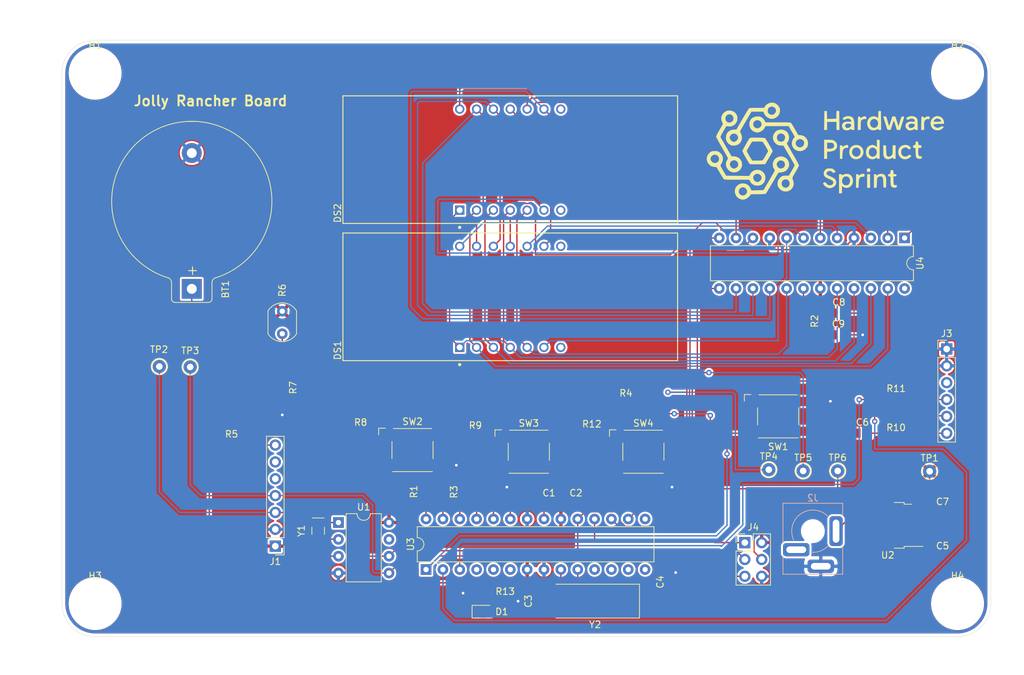
<source format=kicad_pcb>
(kicad_pcb (version 20211014) (generator pcbnew)
  (layers (0 "F.Cu" signal) (31 "B.Cu" signal) (34 "B.Paste" user) (35 "F.Paste" user) (36 "B.SilkS" user "B.Silkscreen") (37 "F.SilkS" user "F.Silkscreen") (38 "B.Mask" user) (39 "F.Mask" user) (44 "Edge.Cuts" user))
  (net 0 "")
  (net 1 "Net-(C1-Pad1)")
  (net 2 "B1")
  (net 3 "VCC")
  (net 4 "Net-(C3-Pad1)")
  (net 5 "Net-(C4-Pad1)")
  (net 6 "RESET")
  (net 7 "Net-(C6-Pad2)")
  (net 8 "Net-(D1-Pad2)")
  (net 9 "SEGE")
  (net 10 "SEGD")
  (net 11 "SEGDP")
  (net 12 "SEGC")
  (net 13 "SEGG")
  (net 14 "DIG3")
  (net 15 "Net-(BT1-Pad1)")
  (net 16 "GND")
  (net 17 "SEGB")
  (net 18 "DIG2")
  (net 19 "DIG1")
  (net 20 "SEGF")
  (net 21 "SEGA")
  (net 22 "DIG0")
  (net 27 "DIG7")
  (net 28 "DIG6")
  (net 29 "Net-(C5-Pad1)")
  (net 32 "SCL")
  (net 33 "SDA")
  (net 35 "Net-(J1-Pad7)")
  (net 37 "PHR")
  (net 38 "DIG4")
  (net 39 "B2")
  (net 40 "RXD")
  (net 41 "TXD")
  (net 42 "B3")
  (net 43 "MISO")
  (net 44 "DIG5")
  (net 45 "Net-(J3-Pad4)")
  (net 46 "CS")
  (net 47 "Din")
  (net 48 "Net-(J3-Pad5)")
  (net 49 "Net-(U1-Pad1)")
  (net 50 "SCK")
  (net 51 "Net-(U1-Pad2)")
  (net 60 "Net-(R2-Pad1)")
  (footprint "footprints:MountingHole_3.2mm_M3" (layer "F.Cu") (at 215 140)
    (fp_text reference "H4")
    (fp_text value "MountingHole")
  )
  (footprint "footprints:R_0805_2012Metric" (layer "F.Cu") (at 159.87 114.57)
    (fp_text reference "R12")
    (fp_text value "R_0805_10K")
  )
  (footprint "footprints:Adafruit-1001-0-0-MFG" (layer "F.Cu") (at 147.574 93.726 90)
    (fp_text reference "DS1")
    (fp_text value "LED_Display_1001" hide)
  )
  (footprint "footprints:SW_SPST_Omron_B3FS-100xP" (layer "F.Cu") (at 150.368 117.094)
    (fp_text reference "SW3")
    (fp_text value "Omron_B3F_SPST")
  )
  (footprint "footprints:R_0805_2012Metric" (layer "F.Cu") (at 125.02 114.32)
    (fp_text reference "R8")
    (fp_text value "R_0805_10K")
  )
  (footprint "footprints:R_0805_2012Metric" (layer "F.Cu") (at 113.19 107.42 -90)
    (fp_text reference "R7")
    (fp_text value "R_0805_100K")
  )
  (footprint "footprints:C_0805_2012Metric" (layer "F.Cu") (at 170.24 139.54 90)
    (fp_text reference "C4")
    (fp_text value "C_0805_22pf")
  )
  (footprint "footprints:TestPoint_THTPad_D2.0mm_Drill1.0mm" (layer "F.Cu") (at 196.93 119.99)
    (fp_text reference "TP6")
    (fp_text value "TestPoint")
  )
  (footprint "footprints:C_0805_2012Metric" (layer "F.Cu") (at 157.48 124.968)
    (fp_text reference "C2")
    (fp_text value "C_0805_0.1uf")
  )
  (footprint "footprints:PinHeader_1x07_P2.54mm_Vertical" (layer "F.Cu") (at 112.16 131.335 180)
    (fp_text reference "J1")
    (fp_text value "Conn_01x07")
  )
  (footprint "footprints:Crystal_SMD_2Pin_3.2x1.5mm" (layer "F.Cu") (at 118.618 129.032 -90)
    (fp_text reference "Y1")
    (fp_text value "Crystal_32768Hz")
  )
  (footprint "footprints:C_0805_2012Metric" (layer "F.Cu") (at 212.743 126.279)
    (fp_text reference "C7")
    (fp_text value "C_0805_0.1uf")
  )
  (footprint "footprints:R_0805_2012Metric" (layer "F.Cu") (at 134.89 123.06 -90)
    (fp_text reference "R1")
    (fp_text value "R_0805_4.7K")
  )
  (footprint "footprints:BatteryHolder_Keystone_106_1x20mm" (layer "F.Cu") (at 99.567984 92.526314 90)
    (fp_text reference "BT1")
    (fp_text value "Battery_Cell")
  )
  (footprint "footprints:Adafruit-1001-0-0-MFG" (layer "F.Cu") (at 147.574 73.031 90)
    (fp_text reference "DS2")
    (fp_text value "LED_Display_1001" hide)
  )
  (footprint "footprints:DIP-24_W7.62mm" (layer "F.Cu") (at 207.015 84.846 -90)
    (fp_text reference "U4")
    (fp_text value "MAX7219")
  )
  (footprint "footprints:R_0805_2012Metric" (layer "F.Cu") (at 142.32 114.78)
    (fp_text reference "R9")
    (fp_text value "R_0805_10K")
  )
  (footprint "footprints:R_0805_2012Metric" (layer "F.Cu") (at 166.96 108.26 -90)
    (fp_text reference "R4")
    (fp_text value "R_0805_10K")
  )
  (footprint "footprints:PinHeader_2x03_P2.54mm_Vertical" (layer "F.Cu") (at 182.935 130.805)
    (fp_text reference "J4")
    (fp_text value "Conn_02x03_Odd_Even")
  )
  (footprint "footprints:R_LDR_4.9x4.2mm_P2.54mm_Vertical" (layer "F.Cu") (at 113.21 95.895 -90)
    (fp_text reference "R6")
    (fp_text value "PhotoconductivePhotocell")
  )
  (footprint "footprints:TestPoint_THTPad_D2.0mm_Drill1.0mm" (layer "F.Cu") (at 99.33 104.31 -90)
    (fp_text reference "TP3")
    (fp_text value "TestPoint")
  )
  (footprint "footprints:C_0805_2012Metric" (layer "F.Cu") (at 212.743 129.581)
    (fp_text reference "C5")
    (fp_text value "C_0805_1uf")
  )
  (footprint "footprints:MountingHole_3.2mm_M3" (layer "F.Cu") (at 215 60)
    (fp_text reference "H2")
    (fp_text value "MountingHole")
  )
  (footprint "footprints:C_0805_2012Metric" (layer "F.Cu") (at 197.11 96.19)
    (fp_text reference "C8")
    (fp_text value "C_0805_10uf")
  )
  (footprint "footprints:R_0805_2012Metric" (layer "F.Cu") (at 105.57 116.09)
    (fp_text reference "R5")
    (fp_text value "R_0805_10K")
  )
  (footprint "footprints:R_0805_2012Metric" (layer "F.Cu") (at 143.51 138.176)
    (fp_text reference "R13")
    (fp_text value "R_0805_2.2K")
  )
  (footprint "footprints:R_0805_2012Metric" (layer "F.Cu") (at 137.44 123.16 -90)
    (fp_text reference "R3")
    (fp_text value "R_0805_4.7K")
  )
  (footprint "footprints:DIP-8_W7.62mm" (layer "F.Cu") (at 121.676 127.772)
    (fp_text reference "U1")
    (fp_text value "DS1307_DIP-8")
  )
  (footprint "footprints:MountingHole_3.2mm_M3" (layer "F.Cu") (at 85 140)
    (fp_text reference "H3")
    (fp_text value "MountingHole")
  )
  (footprint "footprints:HPS_logo" (layer "F.Cu") (at 195.08 71.7)
    (fp_text reference "G***" hide)
    (fp_text value "LOGO" hide)
  )
  (footprint "footprints:TestPoint_THTPad_D2.0mm_Drill1.0mm" (layer "F.Cu") (at 186.55 119.8)
    (fp_text reference "TP4")
    (fp_text value "TestPoint")
  )
  (footprint "footprints:MountingHole_3.2mm_M3" (layer "F.Cu") (at 85 60)
    (fp_text reference "H1")
    (fp_text value "MountingHole")
  )
  (footprint "footprints:Crystal_SMD_HC49-SD" (layer "F.Cu") (at 160.36 139.63 180)
    (fp_text reference "Y2")
    (fp_text value "Crystal_16MHz")
  )
  (footprint "footprints:R_0805_2012Metric" (layer "F.Cu") (at 205.74 109.22)
    (fp_text reference "R11")
    (fp_text value "R_0805_4.7K")
  )
  (footprint "footprints:TO-252-2" (layer "F.Cu") (at 204.485 128.195 180)
    (fp_text reference "U2")
    (fp_text value "L7805")
  )
  (footprint "footprints:C_0805_2012Metric" (layer "F.Cu") (at 200.66 114.3)
    (fp_text reference "C6")
    (fp_text value "C_0805_0.1uf")
  )
  (footprint "footprints:DIP-28_W7.62mm" (layer "F.Cu") (at 134.884 134.864 90)
    (fp_text reference "U3")
    (fp_text value "ATmega328-PU")
  )
  (footprint "footprints:SW_SPST_Omron_B3FS-100xP" (layer "F.Cu") (at 167.64 117.094)
    (fp_text reference "SW4")
    (fp_text value "Omron_B3F_SPST")
  )
  (footprint "footprints:R_0805_2012Metric" (layer "F.Cu") (at 205.73 111.68)
    (fp_text reference "R10")
    (fp_text value "R_0805_4.7K")
  )
  (footprint "footprints:SW_SPST_Omron_B3FS-100xP" (layer "F.Cu") (at 132.842 116.84)
    (fp_text reference "SW2")
    (fp_text value "Omron_B3F_SPST")
  )
  (footprint "footprints:LED_0805_2012Metric" (layer "F.Cu") (at 143.51 141.224)
    (fp_text reference "D1")
    (fp_text value "LED_0805_GRN")
  )
  (footprint "footprints:PinHeader_1x06_P2.54mm_Vertical" (layer "F.Cu") (at 213.36 101.6)
    (fp_text reference "J3")
    (fp_text value "Conn_01x06")
  )
  (footprint "footprints:C_0805_2012Metric" (layer "F.Cu") (at 151.95 139.64 90)
    (fp_text reference "C3")
    (fp_text value "C_0805_22pf")
  )
  (footprint "footprints:TestPoint_THTPad_D2.0mm_Drill1.0mm" (layer "F.Cu") (at 191.73 119.99)
    (fp_text reference "TP5")
    (fp_text value "TestPoint")
  )
  (footprint "footprints:R_0805_2012Metric" (layer "F.Cu") (at 191.81 97.4 -90)
    (fp_text reference "R2")
    (fp_text value "R_0805_22K")
  )
  (footprint "footprints:TestPoint_THTPad_D2.0mm_Drill1.0mm" (layer "F.Cu") (at 210.79 120.05)
    (fp_text reference "TP1")
    (fp_text value "TestPoint")
  )
  (footprint "footprints:TestPoint_THTPad_D2.0mm_Drill1.0mm" (layer "F.Cu") (at 94.68 104.24 -90)
    (fp_text reference "TP2")
    (fp_text value "TestPoint")
  )
  (footprint "footprints:C_0805_2012Metric" (layer "F.Cu") (at 197.04 99.46)
    (fp_text reference "C9")
    (fp_text value "C_0805_0.1uf")
  )
  (footprint "footprints:C_0805_2012Metric" (layer "F.Cu") (at 153.416 124.968)
    (fp_text reference "C1")
    (fp_text value "C_0805_0.1uf")
  )
  (footprint "footprints:SW_SPST_Omron_B3FS-100xP" (layer "F.Cu") (at 187.96 111.76)
    (fp_text reference "SW1")
    (fp_text value "Omron_B3F_SPST")
  )
  (footprint "footprints:Wurth-694106402002" (layer "B.Cu") (at 193.185 129.073 180)
    (fp_text reference "J2")
    (fp_text value "Power_inlet_vertical" hide)
  )
  (gr_line locked (start 220 60) (end 220 140) (layer "Edge.Cuts") (width 0.05))
  (gr_line locked (start 80 60) (end 80 140) (layer "Edge.Cuts") (width 0.05))
  (gr_arc locked (start 80 60) (mid 81.464466 56.464466) (end 85 55) (layer "Edge.Cuts") (width 0.05))
  (gr_arc locked (start 85 145) (mid 81.464466 143.535534) (end 80 140) (layer "Edge.Cuts") (width 0.05))
  (gr_arc locked (start 220 140) (mid 218.535534 143.535534) (end 215 145) (layer "Edge.Cuts") (width 0.05))
  (gr_line locked (start 215 55) (end 85 55) (layer "Edge.Cuts") (width 0.05))
  (gr_arc locked (start 215 55) (mid 218.535534 56.464466) (end 220 60) (layer "Edge.Cuts") (width 0.05))
  (gr_line locked (start 215 145) (end 85 145) (layer "Edge.Cuts") (width 0.05))
  (gr_text "Jolly Rancher Board" (at 102.4 64.18) (layer "F.SilkS") (effects (font (size 1.5 1.5) (thickness 0.3))))
  (segment (start 152.664 125.066) (end 152.566 124.968) (width 0.2032) (layer "F.Cu") (net 1))
  (segment (start 152.664 127.244) (end 152.664 125.066) (width 0.2032) (layer "F.Cu") (net 1))
  (segment (start 142.504 120.252) (end 142.504 127.244) (width 0.2032) (layer "F.Cu") (net 2))
  (segment (start 136.842 114.59) (end 128.842 114.59) (width 0.2032) (layer "F.Cu") (net 2))
  (segment (start 136.842 114.59) (end 142.504 120.252) (width 0.2032) (layer "F.Cu") (net 2))
  (segment (start 128.552 114.3) (end 128.842 114.59) (width 0.2032) (layer "F.Cu") (net 2))
  (segment (start 128.572 114.32) (end 128.842 114.59) (width 0.2032) (layer "F.Cu") (net 2))
  (segment (start 125.87 114.32) (end 128.572 114.32) (width 0.2032) (layer "F.Cu") (net 2))
  (segment (start 210.79 120.05) (end 210.79 123.81) (width 0.2032) (layer "F.Cu") (net 3))
  (segment (start 194.315 92.466) (end 194.315 96.125) (width 0.2032) (layer "F.Cu") (net 3))
  (segment (start 194.44 96.19) (end 196.26 96.19) (width 0.2032) (layer "F.Cu") (net 3))
  (segment (start 210.781 126.279) (end 210.461 126.279) (width 0.2032) (layer "F.Cu") (net 3))
  (segment (start 194.41 96.22) (end 194.44 96.19) (width 0.2032) (layer "F.Cu") (net 3))
  (segment (start 210.79 123.81) (end 208.685 125.915) (width 0.2032) (layer "F.Cu") (net 3))
  (segment (start 196.26 96.19) (end 196.26 99.39) (width 0.2032) (layer "F.Cu") (net 3))
  (segment (start 211.893 126.279) (end 210.781 126.279) (width 0.2032) (layer "F.Cu") (net 3))
  (segment (start 194.315 96.125) (end 194.41 96.22) (width 0.2032) (layer "F.Cu") (net 3))
  (segment (start 210.461 126.279) (end 209.049 126.279) (width 0.2032) (layer "F.Cu") (net 3))
  (segment (start 196.26 99.39) (end 196.19 99.46) (width 0.2032) (layer "F.Cu") (net 3))
  (segment (start 155.204 138.724) (end 156.11 139.63) (width 0.2032) (layer "F.Cu") (net 4))
  (segment (start 151.95 140.49) (end 152.81 139.63) (width 0.2032) (layer "F.Cu") (net 4))
  (segment (start 152.81 139.63) (end 156.11 139.63) (width 0.2032) (layer "F.Cu") (net 4))
  (segment (start 155.204 134.864) (end 155.204 138.724) (width 0.2032) (layer "F.Cu") (net 4))
  (segment (start 165.37 140.39) (end 164.61 139.63) (width 0.2032) (layer "F.Cu") (net 5))
  (segment (start 170.24 140.39) (end 165.37 140.39) (width 0.2032) (layer "F.Cu") (net 5))
  (segment (start 157.744 134.864) (end 157.744 136.064) (width 0.2032) (layer "F.Cu") (net 5))
  (segment (start 164.57 136.85) (end 164.61 136.89) (width 0.2032) (layer "F.Cu") (net 5))
  (segment (start 157.75 136.07) (end 157.75 136.74) (width 0.2032) (layer "F.Cu") (net 5))
  (segment (start 164.61 136.89) (end 164.61 139.63) (width 0.2032) (layer "F.Cu") (net 5))
  (segment (start 157.744 136.064) (end 157.75 136.07) (width 0.2032) (layer "F.Cu") (net 5))
  (segment (start 157.86 136.85) (end 164.57 136.85) (width 0.2032) (layer "F.Cu") (net 5))
  (segment (start 157.75 136.74) (end 157.86 136.85) (width 0.2032) (layer "F.Cu") (net 5))
  (segment (start 182.935 135.885) (end 177.575 135.885) (width 0.2032) (layer "F.Cu") (net 6))
  (segment (start 199.52 114.01) (end 199.81 114.3) (width 0.2032) (layer "F.Cu") (net 6))
  (segment (start 177.74 111.62) (end 177.74 113.96) (width 0.2032) (layer "F.Cu") (net 6))
  (segment (start 180.12 114.3) (end 183.67 114.3) (width 0.2032) (layer "F.Cu") (net 6))
  (segment (start 136.928 132.82) (end 134.884 134.864) (width 0.2032) (layer "F.Cu") (net 6))
  (segment (start 166.96 110.91) (end 167.41 111.36) (width 0.2032) (layer "F.Cu") (net 6))
  (segment (start 176.28 132.88) (end 176.22 132.82) (width 0.2032) (layer "F.Cu") (net 6))
  (segment (start 180.25 114.43) (end 180.12 114.3) (width 0.2032) (layer "F.Cu") (net 6))
  (segment (start 183.67 114.3) (end 183.96 114.01) (width 0.2032) (layer "F.Cu") (net 6))
  (segment (start 176.22 132.82) (end 136.928 132.82) (width 0.2032) (layer "F.Cu") (net 6))
  (segment (start 167.41 111.36) (end 172.3 111.36) (width 0.2032) (layer "F.Cu") (net 6))
  (segment (start 180.25 117.41) (end 180.25 114.43) (width 0.2032) (layer "F.Cu") (net 6))
  (segment (start 177.74 113.96) (end 178.08 114.3) (width 0.2032) (layer "F.Cu") (net 6))
  (segment (start 177.575 135.885) (end 176.28 134.59) (width 0.2032) (layer "F.Cu") (net 6))
  (segment (start 191.96 114.01) (end 199.52 114.01) (width 0.2032) (layer "F.Cu") (net 6))
  (segment (start 183.96 114.01) (end 191.96 114.01) (width 0.2032) (layer "F.Cu") (net 6))
  (segment (start 166.96 109.11) (end 166.96 110.91) (width 0.2032) (layer "F.Cu") (net 6))
  (segment (start 176.28 134.59) (end 176.28 132.88) (width 0.2032) (layer "F.Cu") (net 6))
  (segment (start 178.08 114.3) (end 180.12 114.3) (width 0.2032) (layer "F.Cu") (net 6))
  (via (at 172.3 111.36) (size 0.8128) (drill 0.4064) (layers "F.Cu" "B.Cu") (net 6))
  (via (at 177.74 111.62) (size 0.8128) (drill 0.4064) (layers "F.Cu" "B.Cu") (net 6))
  (via (at 180.25 117.41) (size 0.8128) (drill 0.4064) (layers "F.Cu" "B.Cu") (net 6))
  (segment (start 177.48 111.36) (end 177.74 111.62) (width 0.2032) (layer "B.Cu") (net 6))
  (segment (start 134.884 134.864) (end 139.968 129.78) (width 0.2032) (layer "B.Cu") (net 6))
  (segment (start 139.968 129.78) (end 178.66 129.78) (width 0.2032) (layer "B.Cu") (net 6))
  (segment (start 178.66 129.78) (end 180.25 128.19) (width 0.2032) (layer "B.Cu") (net 6))
  (segment (start 180.25 128.19) (end 180.25 117.41) (width 0.2032) (layer "B.Cu") (net 6))
  (segment (start 172.3 111.36) (end 177.48 111.36) (width 0.2032) (layer "B.Cu") (net 6))
  (segment (start 201.51 114.3) (end 213.36 114.3) (width 0.2032) (layer "F.Cu") (net 7))
  (segment (start 144.36 138.176) (end 144.36 141.1365) (width 0.2032) (layer "F.Cu") (net 8))
  (segment (start 144.36 141.1365) (end 144.4475 141.224) (width 0.2032) (layer "F.Cu") (net 8))
  (segment (start 139.954 101.346) (end 138.43 99.822) (width 0.2032) (layer "F.Cu") (net 9))
  (segment (start 138.43 99.822) (end 138.43 82.175) (width 0.2032) (layer "F.Cu") (net 9))
  (segment (start 138.43 82.175) (end 139.954 80.651) (width 0.2032) (layer "F.Cu") (net 9))
  (segment (start 146.315689 100.341689) (end 146.558 100.584) (width 0.2032) (layer "B.Cu") (net 9))
  (segment (start 146.558 101.750311) (end 148.185689 103.378) (width 0.2032) (layer "B.Cu") (net 9))
  (segment (start 146.558 100.584) (end 146.558 101.750311) (width 0.2032) (layer "B.Cu") (net 9))
  (segment (start 148.185689 103.378) (end 196.596 103.378) (width 0.2032) (layer "B.Cu") (net 9))
  (segment (start 140.958311 100.341689) (end 146.315689 100.341689) (width 0.2032) (layer "B.Cu") (net 9))
  (segment (start 139.954 101.346) (end 140.958311 100.341689) (width 0.2032) (layer "B.Cu") (net 9))
  (segment (start 199.395 100.579) (end 199.395 92.466) (width 0.2032) (layer "B.Cu") (net 9))
  (segment (start 196.596 103.378) (end 199.395 100.579) (width 0.2032) (layer "B.Cu") (net 9))
  (segment (start 141.489689 100.341689) (end 141.489689 81.655311) (width 0.2032) (layer "F.Cu") (net 10))
  (segment (start 141.489689 81.655311) (end 142.494 80.651) (width 0.2032) (layer "F.Cu") (net 10))
  (segment (start 142.494 101.346) (end 141.489689 100.341689) (width 0.2032) (layer "F.Cu") (net 10))
  (segment (start 142.494 101.346) (end 145.33784 104.18984) (width 0.2032) (layer "B.Cu") (net 10))
  (segment (start 145.33784 104.18984) (end 201.88016 104.18984) (width 0.2032) (layer "B.Cu") (net 10))
  (segment (start 204.475 101.595) (end 204.475 92.466) (width 0.2032) (layer "B.Cu") (net 10))
  (segment (start 201.88016 104.18984) (end 204.475 101.595) (width 0.2032) (layer "B.Cu") (net 10))
  (segment (start 143.764 100.076) (end 145.034 101.346) (width 0.2032) (layer "F.Cu") (net 11))
  (segment (start 145.034 80.651) (end 143.764 81.921) (width 0.2032) (layer "F.Cu") (net 11))
  (segment (start 143.764 81.921) (end 143.764 100.076) (width 0.2032) (layer "F.Cu") (net 11))
  (segment (start 147.47192 103.78392) (end 198.98408 103.78392) (width 0.2032) (layer "B.Cu") (net 11))
  (segment (start 201.935 100.833) (end 201.935 92.466) (width 0.2032) (layer "B.Cu") (net 11))
  (segment (start 145.034 101.346) (end 147.47192 103.78392) (width 0.2032) (layer "B.Cu") (net 11))
  (segment (start 198.98408 103.78392) (end 201.935 100.833) (width 0.2032) (layer "B.Cu") (net 11))
  (segment (start 147.574 80.651) (end 146.569689 81.655311) (width 0.2032) (layer "F.Cu") (net 12))
  (segment (start 146.569689 81.655311) (end 146.569689 100.341689) (width 0.2032) (layer "F.Cu") (net 12))
  (segment (start 146.569689 100.341689) (end 147.574 101.346) (width 0.2032) (layer "F.Cu") (net 12))
  (segment (start 149.098 102.87) (end 195.58 102.87) (width 0.2032) (layer "B.Cu") (net 12))
  (segment (start 196.855 101.595) (end 196.855 92.466) (width 0.2032) (layer "B.Cu") (net 12))
  (segment (start 147.574 101.346) (end 149.098 102.87) (width 0.2032) (layer "B.Cu") (net 12))
  (segment (start 195.58 102.87) (end 196.855 101.595) (width 0.2032) (layer "B.Cu") (net 12))
  (segment (start 148.578311 82.186689) (end 148.578311 99.810311) (width 0.2032) (layer "F.Cu") (net 13))
  (segment (start 148.578311 99.810311) (end 150.114 101.346) (width 0.2032) (layer "F.Cu") (net 13))
  (segment (start 150.114 80.651) (end 148.578311 82.186689) (width 0.2032) (layer "F.Cu") (net 13))
  (segment (start 187.971689 102.350311) (end 189.235 101.087) (width 0.2032) (layer "B.Cu") (net 13))
  (segment (start 189.235 101.087) (end 189.235 92.466) (width 0.2032) (layer "B.Cu") (net 13))
  (segment (start 151.118311 102.350311) (end 187.971689 102.350311) (width 0.2032) (layer "B.Cu") (net 13))
  (segment (start 150.114 101.346) (end 151.118311 102.350311) (width 0.2032) (layer "B.Cu") (net 13))
  (segment (start 188.214 83.566) (end 190.495 83.566) (width 0.2032) (layer "B.Cu") (net 14))
  (segment (start 136.652 79.248) (end 136.652 87.122) (width 0.2032) (layer "B.Cu") (net 14))
  (segment (start 136.906 78.994) (end 136.652 79.248) (width 0.2032) (layer "B.Cu") (net 14))
  (segment (start 187.96 86.868) (end 187.96 83.82) (width 0.2032) (layer "B.Cu") (net 14))
  (segment (start 136.652 87.122) (end 187.706 87.122) (width 0.2032) (layer "B.Cu") (net 14))
  (segment (start 190.495 83.566) (end 191.775 84.846) (width 0.2032) (layer "B.Cu") (net 14))
  (segment (start 187.96 83.82) (end 188.214 83.566) (width 0.2032) (layer "B.Cu") (net 14))
  (segment (start 152.654 80.651) (end 150.997 78.994) (width 0.2032) (layer "B.Cu") (net 14))
  (segment (start 150.997 78.994) (end 136.906 78.994) (width 0.2032) (layer "B.Cu") (net 14))
  (segment (start 187.706 87.122) (end 187.96 86.868) (width 0.2032) (layer "B.Cu") (net 14))
  (segment (start 102.21 131.3) (end 102.21 98.43) (width 0.2032) (layer "F.Cu") (net 15))
  (segment (start 121.676 132.852) (end 103.762 132.852) (width 0.2032) (layer "F.Cu") (net 15))
  (segment (start 102.21 98.43) (end 101.28 98.43) (width 0.2032) (layer "F.Cu") (net 15))
  (segment (start 103.762 132.852) (end 102.21 131.3) (width 0.2032) (layer "F.Cu") (net 15))
  (segment (start 99.567984 96.717984) (end 99.567984 92.526314) (width 0.2032) (layer "F.Cu") (net 15))
  (segment (start 101.28 98.43) (end 99.567984 96.717984) (width 0.2032) (layer "F.Cu") (net 15))
  (segment (start 213.3362 128.195) (end 202.385 128.195) (width 0.2032) (layer "F.Cu") (net 16))
  (segment (start 159.258 124.968) (end 169.418 124.968) (width 0.2032) (layer "F.Cu") (net 16))
  (segment (start 146.368 119.344) (end 154.368 119.344) (width 0.2032) (layer "F.Cu") (net 16))
  (segment (start 197.627 86.614) (end 199.395 84.846) (width 0.2032) (layer "F.Cu") (net 16))
  (segment (start 159.258 122.174) (end 159.258 124.968) (width 0.2032) (layer "F.Cu") (net 16))
  (segment (start 202.385 134.393) (end 202.385 128.195) (width 0.2032) (layer "F.Cu") (net 16))
  (segment (start 194.382 109.474) (end 195.834 109.474) (width 0.2032) (layer "F.Cu") (net 16))
  (segment (start 113.19 111.518) (end 113.21 111.538) (width 0.2032) (layer "F.Cu") (net 16))
  (segment (start 148.746 138.79) (end 148.746 139.636) (width 0.2032) (layer "F.Cu") (net 16))
  (segment (start 142.5725 140.5405) (end 140.462 138.43) (width 0.2032) (layer "F.Cu") (net 16))
  (segment (start 136.842 119.09) (end 138.902 119.09) (width 0.2032) (layer "F.Cu") (net 16))
  (segment (start 200.65 96.19) (end 200.7 96.14) (width 0.2032) (layer "F.Cu") (net 16))
  (segment (start 146.368 119.344) (end 146.368 121.73) (width 0.2032) (layer "F.Cu") (net 16))
  (segment (start 113.19 108.27) (end 113.19 111.518) (width 0.2032) (layer "F.Cu") (net 16))
  (segment (start 186.695 86.365) (end 186.944 86.614) (width 0.2032) (layer "F.Cu") (net 16))
  (segment (start 171.64 122.364) (end 171.704 122.428) (width 0.2032) (layer "F.Cu") (net 16))
  (segment (start 202.349 134.373) (end 202.377 134.401) (width 0.2032) (layer "F.Cu") (net 16))
  (segment (start 213.593 127.9382) (end 213.593 129.581) (width 0.2032) (layer "F.Cu") (net 16))
  (segment (start 155.194 124.04) (end 155.194 122.428) (width 0.2032) (layer "F.Cu") (net 16))
  (segment (start 213.593 127.9382) (end 213.3362 128.195) (width 0.2032) (layer "F.Cu") (net 16))
  (segment (start 155.194 122.428) (end 155.448 122.174) (width 0.2032) (layer "F.Cu") (net 16))
  (segment (start 163.64 119.344) (end 171.64 119.344) (width 0.2032) (layer "F.Cu") (net 16))
  (segment (start 172.52 135.34) (end 172.52 138.58) (width 0.2032) (layer "F.Cu") (net 16))
  (segment (start 194.346 109.51) (end 194.382 109.474) (width 0.2032) (layer "F.Cu") (net 16))
  (segment (start 142.5725 141.224) (end 142.5725 140.5405) (width 0.2032) (layer "F.Cu") (net 16))
  (segment (start 151.95 138.79) (end 148.746 138.79) (width 0.2032) (layer "F.Cu") (net 16))
  (segment (start 200.7 96.14) (end 200.7 99.46) (width 0.2032) (layer "F.Cu") (net 16))
  (segment (start 154.266 124.968) (end 155.194 124.04) (width 0.2032) (layer "F.Cu") (net 16))
  (segment (start 169.418 124.968) (end 171.958 122.428) (width 0.2032) (layer "F.Cu") (net 16))
  (segment (start 183.96 109.51) (end 191.96 109.51) (width 0.2032) (layer "F.Cu") (net 16))
  (segment (start 128.842 119.09) (end 136.842 119.09) (width 0.2032) (layer "F.Cu") (net 16))
  (segment (start 213.593 126.279) (end 213.593 127.9382) (width 0.2032) (layer "F.Cu") (net 16))
  (segment (start 202.377 134.401) (end 202.385 134.393) (width 0.2032) (layer "F.Cu") (net 16))
  (segment (start 197.96 96.19) (end 200.65 96.19) (width 0.2032) (layer "F.Cu") (net 16))
  (segment (start 171.64 119.344) (end 171.64 122.364) (width 0.2032) (layer "F.Cu") (net 16))
  (segment (start 138.902 119.09) (end 138.938 119.126) (width 0.2032) (layer "F.Cu") (net 16))
  (segment (start 158.33 124.968) (end 159.258 124.968) (width 0.2032) (layer "F.Cu") (net 16))
  (segment (start 148.746 139.636) (end 148.75 139.64) (width 0.2032) (layer "F.Cu") (net 16))
  (segment (start 186.695 84.846) (end 186.695 86.365) (width 0.2032) (layer "F.Cu") (net 16))
  (segment (start 191.96 109.51) (end 194.346 109.51) (width 0.2032) (layer "F.Cu") (net 16))
  (segment (start 186.944 86.614) (end 197.627 86.614) (width 0.2032) (layer "F.Cu") (net 16))
  (segment (start 172.52 135.33) (end 172.51 135.32) (width 0.2032) (layer "F.Cu") (net 16))
  (segment (start 172.52 135.34) (end 172.52 135.33) (width 0.2032) (layer "F.Cu") (net 16))
  (segment (start 155.448 122.174) (end 159.258 122.174) (width 0.2032) (layer "F.Cu") (net 16))
  (segment (start 138.938 119.126) (end 139.446 119.126) (width 0.2032) (layer "F.Cu") (net 16))
  (segment (start 197.89 99.46) (end 200.7 99.46) (width 0.2032) (layer "F.Cu") (net 16))
  (segment (start 194.385 134.373) (end 202.349 134.373) (width 0.2032) (layer "F.Cu") (net 16))
  (segment (start 171.704 122.428) (end 171.958 122.428) (width 0.2032) (layer "F.Cu") (net 16))
  (segment (start 172.41 138.69) (end 170.24 138.69) (width 0.2032) (layer "F.Cu") (net 16))
  (segment (start 172.52 138.58) (end 172.41 138.69) (width 0.2032) (layer "F.Cu") (net 16))
  (segment (start 146.368 121.73) (end 147.066 122.428) (width 0.2032) (layer "F.Cu") (net 16))
  (via (at 195.834 109.474) (size 0.8128) (drill 0.4064) (layers "F.Cu" "B.Cu") (net 16))
  (via (at 147.066 122.428) (size 0.8128) (drill 0.4064) (layers "F.Cu" "B.Cu") (net 16))
  (via (at 140.462 138.43) (size 0.8128) (drill 0.4064) (layers "F.Cu" "B.Cu") (net 16))
  (via (at 171.958 122.428) (size 0.8128) (drill 0.4064) (layers "F.Cu" "B.Cu") (net 16))
  (via (at 139.446 119.126) (size 0.8128) (drill 0.4064) (layers "F.Cu" "B.Cu") (net 16))
  (via (at 113.21 111.538) (size 0.8128) (drill 0.4064) (layers "F.Cu" "B.Cu") (net 16))
  (via (at 148.75 139.64) (size 0.8128) (drill 0.4064) (layers "F.Cu" "B.Cu") (net 16))
  (via (at 200.7 99.46) (size 0.8128) (drill 0.4064) (layers "F.Cu" "B.Cu") (net 16))
  (via (at 172.51 135.32) (size 0.8128) (drill 0.4064) (layers "F.Cu" "B.Cu") (net 16))
  (segment (start 152.654 86.106) (end 153.658311 85.101689) (width 0.2032) (layer "F.Cu") (net 17))
  (segment (start 153.658311 66.415311) (end 152.654 65.411) (width 0.2032) (layer "F.Cu") (net 17))
  (segment (start 153.658311 85.101689) (end 153.658311 66.415311) (width 0.2032) (layer "F.Cu") (net 17))
  (segment (start 134.366 97.028) (end 132.588 95.25) (width 0.2032) (layer "B.Cu") (net 17))
  (segment (start 132.588 95.25) (end 132.588 62.992) (width 0.2032) (layer "B.Cu") (net 17))
  (segment (start 132.842 62.738) (end 149.981 62.738) (width 0.2032) (layer "B.Cu") (net 17))
  (segment (start 132.588 62.992) (end 132.842 62.738) (width 0.2032) (layer "B.Cu") (net 17))
  (segment (start 186.695 97.023) (end 186.69 97.028) (width 0.2032) (layer "B.Cu") (net 17))
  (segment (start 186.69 97.028) (end 134.366 97.028) (width 0.2032) (layer "B.Cu") (net 17))
  (segment (start 186.695 92.466) (end 186.695 97.023) (width 0.2032) (layer "B.Cu") (net 17))
  (segment (start 149.981 62.738) (end 152.654 65.411) (width 0.2032) (layer "B.Cu") (net 17))
  (segment (start 175.94 64.24) (end 175.94 77.13) (width 0.2032) (layer "F.Cu") (net 18))
  (segment (start 150.114 65.411) (end 150.114 64.421051) (width 0.2032) (layer "F.Cu") (net 18))
  (segment (start 150.114 64.421051) (end 150.781051 63.754) (width 0.2032) (layer "F.Cu") (net 18))
  (segment (start 179.32 80.51) (end 194.23 80.51) (width 0.2032) (layer "F.Cu") (net 18))
  (segment (start 175.94 77.13) (end 179.32 80.51) (width 0.2032) (layer "F.Cu") (net 18))
  (segment (start 150.781051 63.754) (end 175.454 63.754) (width 0.2032) (layer "F.Cu") (net 18))
  (segment (start 175.454 63.754) (end 175.94 64.24) (width 0.2032) (layer "F.Cu") (net 18))
  (segment (start 194.315 80.595) (end 194.315 84.846) (width 0.2032) (layer "F.Cu") (net 18))
  (segment (start 194.23 80.51) (end 194.315 80.595) (width 0.2032) (layer "F.Cu") (net 18))
  (segment (start 174.556689 64.406689) (end 175.05 64.9) (width 0.2032) (layer "F.Cu") (net 19))
  (segment (start 151.384 64.516) (end 151.493311 64.406689) (width 0.2032) (layer "F.Cu") (net 19))
  (segment (start 175.05 64.9) (end 175.05 77.31) (width 0.2032) (layer "F.Cu") (net 19))
  (segment (start 151.384 66.548) (end 151.384 64.516) (width 0.2032) (layer "F.Cu") (net 19))
  (segment (start 181.6 81.44) (end 181.615 81.455) (width 0.2032) (layer "F.Cu") (net 19))
  (segment (start 175.05 77.31) (end 179.18 81.44) (width 0.2032) (layer "F.Cu") (net 19))
  (segment (start 148.711 66.548) (end 151.384 66.548) (width 0.2032) (layer "F.Cu") (net 19))
  (segment (start 181.615 81.455) (end 181.615 84.846) (width 0.2032) (layer "F.Cu") (net 19))
  (segment (start 151.493311 64.406689) (end 174.556689 64.406689) (width 0.2032) (layer "F.Cu") (net 19))
  (segment (start 179.18 81.44) (end 181.6 81.44) (width 0.2032) (layer "F.Cu") (net 19))
  (segment (start 147.574 65.411) (end 148.711 66.548) (width 0.2032) (layer "F.Cu") (net 19))
  (segment (start 146.038311 85.101689) (end 146.038311 66.415311) (width 0.2032) (layer "F.Cu") (net 20))
  (segment (start 146.038311 66.415311) (end 145.034 65.411) (width 0.2032) (layer "F.Cu") (net 20))
  (segment (start 145.034 86.106) (end 146.038311 85.101689) (width 0.2032) (layer "F.Cu") (net 20))
  (segment (start 184.15 96.52) (end 135.128 96.52) (width 0.2032) (layer "B.Cu") (net 20))
  (segment (start 184.155 92.466) (end 184.155 96.515) (width 0.2032) (layer "B.Cu") (net 20))
  (segment (start 135.128 96.52) (end 133.604 94.996) (width 0.2032) (layer "B.Cu") (net 20))
  (segment (start 184.155 96.515) (end 184.15 96.52) (width 0.2032) (layer "B.Cu") (net 20))
  (segment (start 133.858 64.262) (end 143.885 64.262) (width 0.2032) (layer "B.Cu") (net 20))
  (segment (start 133.604 94.996) (end 133.604 64.516) (width 0.2032) (layer "B.Cu") (net 20))
  (segment (start 143.885 64.262) (end 145.034 65.411) (width 0.2032) (layer "B.Cu") (net 20))
  (segment (start 133.604 64.516) (end 133.858 64.262) (width 0.2032) (layer "B.Cu") (net 20))
  (segment (start 142.494 82.55) (end 142.494 86.106) (width 0.2032) (layer "F.Cu") (net 21))
  (segment (start 143.498311 81.545689) (end 142.494 82.55) (width 0.2032) (layer "F.Cu") (net 21))
  (segment (start 143.498311 66.415311) (end 143.498311 81.545689) (width 0.2032) (layer "F.Cu") (net 21))
  (segment (start 142.494 65.411) (end 143.498311 66.415311) (width 0.2032) (layer "F.Cu") (net 21))
  (segment (start 134.366 94.742) (end 134.366 73.539) (width 0.2032) (layer "B.Cu") (net 21))
  (segment (start 134.366 73.539) (end 142.494 65.411) (width 0.2032) (layer "B.Cu") (net 21))
  (segment (start 181.615 96.007) (end 181.61 96.012) (width 0.2032) (layer "B.Cu") (net 21))
  (segment (start 181.61 96.012) (end 135.636 96.012) (width 0.2032) (layer "B.Cu") (net 21))
  (segment (start 135.636 96.012) (end 134.366 94.742) (width 0.2032) (layer "B.Cu") (net 21))
  (segment (start 181.615 92.466) (end 181.615 96.007) (width 0.2032) (layer "B.Cu") (net 21))
  (segment (start 139.954 62.406) (end 140.38 61.98) (width 0.2032) (layer "F.Cu") (net 22))
  (segment (start 175.86 61.98) (end 176.65 62.77) (width 0.2032) (layer "F.Cu") (net 22))
  (segment (start 140.38 61.98) (end 175.86 61.98) (width 0.2032) (layer "F.Cu") (net 22))
  (segment (start 176.65 76.71) (end 179.8 79.86) (width 0.2032) (layer "F.Cu") (net 22))
  (segment (start 204.475 79.885) (end 204.475 84.846) (width 0.2032) (layer "F.Cu") (net 22))
  (segment (start 179.8 79.86) (end 204.5 79.86) (width 0.2032) (layer "F.Cu") (net 22))
  (segment (start 176.65 62.77) (end 176.65 76.71) (width 0.2032) (layer "F.Cu") (net 22))
  (segment (start 204.5 79.86) (end 204.475 79.885) (width 0.2032) (layer "F.Cu") (net 22))
  (segment (start 139.954 65.411) (end 139.954 62.406) (width 0.2032) (layer "F.Cu") (net 22))
  (segment (start 187.96 100.33) (end 187.96 92.179267) (width 0.2032) (layer "B.Cu") (net 27))
  (segment (start 189.235 90.904267) (end 189.235 84.846) (width 0.2032) (layer "B.Cu") (net 27))
  (segment (start 187.948311 100.341689) (end 187.96 100.33) (width 0.2032) (layer "B.Cu") (net 27))
  (segment (start 153.658311 100.341689) (end 187.948311 100.341689) (width 0.2032) (layer "B.Cu") (net 27))
  (segment (start 152.654 101.346) (end 153.658311 100.341689) (width 0.2032) (layer "B.Cu") (net 27))
  (segment (start 187.96 92.179267) (end 189.235 90.904267) (width 0.2032) (layer "B.Cu") (net 27))
  (segment (start 196.855 83.825) (end 196.855 84.846) (width 0.2032) (layer "B.Cu") (net 28))
  (segment (start 196.088 83.058) (end 196.855 83.825) (width 0.2032) (layer "B.Cu") (net 28))
  (segment (start 153.162 83.058) (end 196.088 83.058) (width 0.2032) (layer "B.Cu") (net 28))
  (segment (start 150.114 86.106) (end 153.162 83.058) (width 0.2032) (layer "B.Cu") (net 28))
  (segment (start 208.687 136.841) (end 208.687 133.741) (width 0.2032) (layer "F.Cu") (net 29))
  (segment (start 188.399 136.841) (end 208.687 136.841) (width 0.2032) (layer "F.Cu") (net 29))
  (segment (start 208.685 130.475) (end 208.685 133.739) (width 0.2032) (layer "F.Cu") (net 29))
  (segment (start 198.377 124.021) (end 188.167 124.021) (width 0.2032) (layer "F.Cu") (net 29))
  (segment (start 196.685 129.073) (end 198.377 127.381) (width 0.2032) (layer "F.Cu") (net 29))
  (segment (start 198.377 127.381) (end 198.377 124.021) (width 0.2032) (layer "F.Cu") (net 29))
  (segment (start 211.893 129.581) (end 209.579 129.581) (width 0.2032) (layer "F.Cu") (net 29))
  (segment (start 209.579 129.581) (end 208.685 130.475) (width 0.2032) (layer "F.Cu") (net 29))
  (segment (start 188.167 124.021) (end 188.167 136.609) (width 0.2032) (layer "F.Cu") (net 29))
  (segment (start 208.687 133.741) (end 208.685 133.739) (width 0.2032) (layer "F.Cu") (net 29))
  (segment (start 188.167 136.609) (end 188.399 136.841) (width 0.2032) (layer "F.Cu") (net 29))
  (segment (start 114.84 126.23) (end 114.815 126.255) (width 0.2032) (layer "F.Cu") (net 32))
  (segment (start 134.884 125.614) (end 134.89 125.608) (width 0.2032) (layer "F.Cu") (net 32))
  (segment (start 123.33 131.61) (end 116.47 131.61) (width 0.2032) (layer "F.Cu") (net 32))
  (segment (start 134.884 125.614) (end 134.884 127.244) (width 0.2032) (layer "F.Cu") (net 32))
  (segment (start 132.426 125.614) (end 134.884 125.614) (width 0.2032) (layer "F.Cu") (net 32))
  (segment (start 131.85 126.19) (end 132.426 125.614) (width 0.2032) (layer "F.Cu") (net 32))
  (segment (start 114.84 129.98) (end 114.84 126.23) (width 0.2032) (layer "F.Cu") (net 32))
  (segment (start 124.572 132.852) (end 123.33 131.61) (width 0.2032) (layer "F.Cu") (net 32))
  (segment (start 129.296 132.852) (end 131.85 130.298) (width 0.2032) (layer "F.Cu") (net 32))
  (segment (start 116.47 131.61) (end 114.84 129.98) (width 0.2032) (layer "F.Cu") (net 32))
  (segment (start 131.85 130.298) (end 131.85 126.19) (width 0.2032) (layer "F.Cu") (net 32))
  (segment (start 114.815 126.255) (end 112.16 126.255) (width 0.2032) (layer "F.Cu") (net 32))
  (segment (start 134.89 125.608) (end 134.89 123.91) (width 0.2032) (layer "F.Cu") (net 32))
  (segment (start 129.296 132.852) (end 124.572 132.852) (width 0.2032) (layer "F.Cu") (net 32))
  (segment (start 112.16 126.255) (end 97.775 126.255) (width 0.2032) (layer "B.Cu") (net 32))
  (segment (start 94.68 123.16) (end 94.68 104.24) (width 0.2032) (layer "B.Cu") (net 32))
  (segment (start 97.775 126.255) (end 94.68 123.16) (width 0.2032) (layer "B.Cu") (net 32))
  (segment (start 137.424 125.884) (end 137.44 125.868) (width 0.2032) (layer "F.Cu") (net 33))
  (segment (start 135.47 129.98) (end 136.16 129.29) (width 0.2032) (layer "F.Cu") (net 33))
  (segment (start 134.708 129.98) (end 135.47 129.98) (width 0.2032) (layer "F.Cu") (net 33))
  (segment (start 136.16 126.03) (end 136.306 125.884) (width 0.2032) (layer "F.Cu") (net 33))
  (segment (start 137.44 125.868) (end 137.44 124.01) (width 0.2032) (layer "F.Cu") (net 33))
  (segment (start 136.306 125.884) (end 137.424 125.884) (width 0.2032) (layer "F.Cu") (net 33))
  (segment (start 136.16 129.29) (end 136.16 126.03) (width 0.2032) (layer "F.Cu") (net 33))
  (segment (start 129.296 135.392) (end 134.708 129.98) (width 0.2032) (layer "F.Cu") (net 33))
  (segment (start 137.424 125.884) (end 137.424 127.244) (width 0.2032) (layer "F.Cu") (net 33))
  (segment (start 100.955 123.715) (end 99.33 122.09) (width 0.2032) (layer "B.Cu") (net 33))
  (segment (start 127.102 135.392) (end 129.296 135.392) (width 0.2032) (layer "B.Cu") (net 33))
  (segment (start 126.82 125.16) (end 126.82 135.11) (width 0.2032) (layer "B.Cu") (net 33))
  (segment (start 112.16 123.715) (end 125.375 123.715) (width 0.2032) (layer "B.Cu") (net 33))
  (segment (start 125.375 123.715) (end 126.82 125.16) (width 0.2032) (layer "B.Cu") (net 33))
  (segment (start 112.16 123.715) (end 100.955 123.715) (width 0.2032) (layer "B.Cu") (net 33))
  (segment (start 126.82 135.11) (end 127.102 135.392) (width 0.2032) (layer "B.Cu") (net 33))
  (segment (start 99.33 122.09) (end 99.33 104.31) (width 0.2032) (layer "B.Cu") (net 33))
  (segment (start 106.42 116.09) (end 112.155 116.09) (width 0.2032) (layer "F.Cu") (net 35))
  (segment (start 112.155 116.09) (end 112.16 116.095) (width 0.2032) (layer "F.Cu") (net 35))
  (segment (start 113.19 103.76) (end 113.21 103.74) (width 0.2032) (layer "F.Cu") (net 37))
  (segment (start 118.618 103.738) (end 118.59 103.71) (width 0.2032) (layer "F.Cu") (net 37))
  (segment (start 113.21 103.74) (end 113.21 102.915) (width 0.2032) (layer "F.Cu") (net 37))
  (segment (start 139.964 127.244) (end 139.964 122.438) (width 0.2032) (layer "F.Cu") (net 37))
  (segment (start 138.684 121.158) (end 118.618 121.158) (width 0.2032) (layer "F.Cu") (net 37))
  (segment (start 118.59 103.71) (end 113.24 103.71) (width 0.2032) (layer "F.Cu") (net 37))
  (segment (start 113.24 103.71) (end 113.21 103.74) (width 0.2032) (layer "F.Cu") (net 37))
  (segment (start 113.19 106.57) (end 113.19 103.76) (width 0.2032) (layer "F.Cu") (net 37))
  (segment (start 139.964 122.438) (end 138.684 121.158) (width 0.2032) (layer "F.Cu") (net 37))
  (segment (start 113.21 102.915) (end 113.21 99.295) (width 0.2032) (layer "F.Cu") (net 37))
  (segment (start 118.618 121.158) (end 118.618 103.738) (width 0.2032) (layer "F.Cu") (net 37))
  (segment (start 143.51 82.55) (end 199.639 82.55) (width 0.2032) (layer "B.Cu") (net 38))
  (segment (start 139.954 86.106) (end 143.51 82.55) (width 0.2032) (layer "B.Cu") (net 38))
  (segment (start 199.639 82.55) (end 201.935 84.846) (width 0.2032) (layer "B.Cu") (net 38))
  (segment (start 145.044 127.244) (end 145.044 116.168) (width 0.2032) (layer "F.Cu") (net 39))
  (segment (start 146.304 114.78) (end 146.368 114.844) (width 0.2032) (layer "F.Cu") (net 39))
  (segment (start 143.17 114.78) (end 146.304 114.78) (width 0.2032) (layer "F.Cu") (net 39))
  (segment (start 146.368 114.844) (end 154.368 114.844) (width 0.2032) (layer "F.Cu") (net 39))
  (segment (start 145.044 116.168) (end 146.368 114.844) (width 0.2032) (layer "F.Cu") (net 39))
  (segment (start 202.51 111.68) (end 204.88 111.68) (width 0.2032) (layer "F.Cu") (net 40))
  (segment (start 202.51 112.52) (end 202.51 111.68) (width 0.2032) (layer "F.Cu") (net 40))
  (via (at 202.51 112.52) (size 0.8128) (drill 0.4064) (layers "F.Cu" "B.Cu") (net 40))
  (segment (start 214.17 118.02) (end 212.84 116.69) (width 0.2032) (layer "B.Cu") (net 40))
  (segment (start 216.35 130.45) (end 216.35 120.2) (width 0.2032) (layer "B.Cu") (net 40))
  (segment (start 202.52 112.53) (end 202.51 112.52) (width 0.2032) (layer "B.Cu") (net 40))
  (segment (start 202.56 116.69) (end 202.52 116.65) (width 0.2032) (layer "B.Cu") (net 40))
  (segment (start 202.52 116.65) (end 202.52 115.9) (width 0.2032) (layer "B.Cu") (net 40))
  (segment (start 204.25 142.55) (end 216.35 130.45) (width 0.2032) (layer "B.Cu") (net 40))
  (segment (start 137.424 134.864) (end 137.424 140.794) (width 0.2032) (layer "B.Cu") (net 40))
  (segment (start 202.52 115.9) (end 202.52 112.53) (width 0.2032) (layer "B.Cu") (net 40))
  (segment (start 216.35 120.2) (end 214.17 118.02) (width 0.2032) (layer "B.Cu") (net 40))
  (segment (start 139.18 142.55) (end 204.25 142.55) (width 0.2032) (layer "B.Cu") (net 40))
  (segment (start 137.424 140.794) (end 139.18 142.55) (width 0.2032) (layer "B.Cu") (net 40))
  (segment (start 212.84 116.69) (end 202.56 116.69) (width 0.2032) (layer "B.Cu") (net 40))
  (segment (start 200.2 109.22) (end 204.89 109.22) (width 0.2032) (layer "F.Cu") (net 41))
  (segment (start 200.18 109.24) (end 200.2 109.22) (width 0.2032) (layer "F.Cu") (net 41))
  (via (at 200.18 109.24) (size 0.8128) (drill 0.4064) (layers "F.Cu" "B.Cu") (net 41))
  (segment (start 139.964 134.864) (end 139.964 131.756) (width 0.2032) (layer "B.Cu") (net 41))
  (segment (start 199.32 122.02) (end 200.18 121.16) (width 0.2032) (layer "B.Cu") (net 41))
  (segment (start 182.63 122.13) (end 182.74 122.02) (width 0.2032) (layer "B.Cu") (net 41))
  (segment (start 182.74 122.02) (end 199.32 122.02) (width 0.2032) (layer "B.Cu") (net 41))
  (segment (start 179.4 131.37) (end 182.63 128.14) (width 0.2032) (layer "B.Cu") (net 41))
  (segment (start 182.63 128.14) (end 182.63 122.13) (width 0.2032) (layer "B.Cu") (net 41))
  (segment (start 179.29 131.26) (end 179.4 131.37) (width 0.2032) (layer "B.Cu") (net 41))
  (segment (start 200.18 121.16) (end 200.18 109.24) (width 0.2032) (layer "B.Cu") (net 41))
  (segment (start 140.46 131.26) (end 179.29 131.26) (width 0.2032) (layer "B.Cu") (net 41))
  (segment (start 139.964 131.756) (end 140.46 131.26) (width 0.2032) (layer "B.Cu") (net 41))
  (segment (start 163.35 114.554) (end 163.64 114.844) (width 0.2032) (layer "F.Cu") (net 42))
  (segment (start 149.89 124.16) (end 149.93 124.12) (width 0.2032) (layer "F.Cu") (net 42))
  (segment (start 163.366 114.57) (end 163.64 114.844) (width 0.2032) (layer "F.Cu") (net 42))
  (segment (start 163.64 117.26) (end 163.64 114.844) (width 0.2032) (layer "F.Cu") (net 42))
  (segment (start 149.93 124.12) (end 149.93 121.8) (width 0.2032) (layer "F.Cu") (net 42))
  (segment (start 147.584 124.156) (end 147.59 124.15) (width 0.2032) (layer "F.Cu") (net 42))
  (segment (start 160.72 114.57) (end 163.366 114.57) (width 0.2032) (layer "F.Cu") (net 42))
  (segment (start 147.584 127.244) (end 147.584 124.156) (width 0.2032) (layer "F.Cu") (net 42))
  (segment (start 149.88 124.15) (end 149.89 124.16) (width 0.2032) (layer "F.Cu") (net 42))
  (segment (start 150.36 121.37) (end 161.54 121.37) (width 0.2032) (layer "F.Cu") (net 42))
  (segment (start 161.54 121.37) (end 161.54 117.42) (width 0.2032) (layer "F.Cu") (net 42))
  (segment (start 161.54 117.42) (end 163.48 117.42) (width 0.2032) (layer "F.Cu") (net 42))
  (segment (start 163.48 117.42) (end 163.64 117.26) (width 0.2032) (layer "F.Cu") (net 42))
  (segment (start 149.93 121.8) (end 150.36 121.37) (width 0.2032) (layer "F.Cu") (net 42))
  (segment (start 147.59 124.15) (end 149.88 124.15) (width 0.2032) (layer "F.Cu") (net 42))
  (segment (start 163.64 114.844) (end 171.64 114.844) (width 0.2032) (layer "F.Cu") (net 42))
  (segment (start 178.3 130.7) (end 160.27 130.7) (width 0.2032) (layer "F.Cu") (net 43))
  (segment (start 178.3 130.7) (end 178.405 130.805) (width 0.2032) (layer "F.Cu") (net 43))
  (segment (start 178.405 130.805) (end 182.935 130.805) (width 0.2032) (layer "F.Cu") (net 43))
  (segment (start 160.284 130.686) (end 160.284 127.244) (width 0.2032) (layer "F.Cu") (net 43))
  (segment (start 160.27 130.7) (end 160.284 130.686) (width 0.2032) (layer "F.Cu") (net 43))
  (segment (start 151.020689 79.646689) (end 151.384 80.01) (width 0.2032) (layer "F.Cu") (net 44))
  (segment (start 147.574 82.071311) (end 148.111311 81.534) (width 0.2032) (layer "F.Cu") (net 44))
  (segment (start 151.384 80.01) (end 151.384 87.376) (width 0.2032) (layer "F.Cu") (net 44))
  (segment (start 176.53 82.55) (end 178.562 82.55) (width 0.2032) (layer "F.Cu") (net 44))
  (segment (start 180.34 86.36) (end 182.641 86.36) (width 0.2032) (layer "F.Cu") (net 44))
  (segment (start 148.59 81.534) (end 148.844 81.28) (width 0.2032) (layer "F.Cu") (net 44))
  (segment (start 148.844 81.28) (end 148.844 79.756) (width 0.2032) (layer "F.Cu") (net 44))
  (segment (start 178.562 82.55) (end 180.34 84.328) (width 0.2032) (layer "F.Cu") (net 44))
  (segment (start 171.704 87.376) (end 176.53 82.55) (width 0.2032) (layer "F.Cu") (net 44))
  (segment (start 148.111311 81.534) (end 148.59 81.534) (width 0.2032) (layer "F.Cu") (net 44))
  (segment (start 151.384 87.376) (end 171.704 87.376) (width 0.2032) (layer "F.Cu") (net 44))
  (segment (start 180.34 84.328) (end 180.34 86.36) (width 0.2032) (layer "F.Cu") (net 44))
  (segment (start 182.641 86.36) (end 184.155 84.846) (width 0.2032) (layer "F.Cu") (net 44))
  (segment (start 148.844 79.756) (end 148.953311 79.646689) (width 0.2032) (layer "F.Cu") (net 44))
  (segment (start 148.953311 79.646689) (end 151.020689 79.646689) (width 0.2032) (layer "F.Cu") (net 44))
  (segment (start 147.574 86.106) (end 147.574 82.071311) (width 0.2032) (layer "F.Cu") (net 44))
  (segment (start 206.59 109.22) (end 213.36 109.22) (width 0.2032) (layer "F.Cu") (net 45))
  (segment (start 171.34 108.12) (end 174.17 108.12) (width 0.2032) (layer "F.Cu") (net 46))
  (segment (start 174.668689 85.950311) (end 175.773 84.846) (width 0.2032) (layer "F.Cu") (net 46))
  (segment (start 174.668689 105.935254) (end 174.668689 85.950311) (width 0.2032) (layer "F.Cu") (net 46))
  (segment (start 165.364 127.244) (end 166.878 125.73) (width 0.2032) (layer "F.Cu") (net 46))
  (segment (start 174.19416 125.73) (end 174.19416 108.16584) (width 0.2032) (layer "F.Cu") (net 46))
  (segment (start 174.19416 108.16584) (end 174.19416 106.409783) (width 0.2032) (layer "F.Cu") (net 46))
  (segment (start 174.19416 106.409783) (end 174.668689 105.935254) (width 0.2032) (layer "F.Cu") (net 46))
  (segment (start 174.19416 108.14416) (end 174.19416 108.16584) (width 0.2032) (layer "F.Cu") (net 46))
  (segment (start 175.773 84.846) (end 179.075 84.846) (width 0.2032) (layer "F.Cu") (net 46))
  (segment (start 166.878 125.73) (end 174.19416 125.73) (width 0.2032) (layer "F.Cu") (net 46))
  (segment (start 174.17 108.12) (end 174.19416 108.14416) (width 0.2032) (layer "F.Cu") (net 46))
  (via (at 171.34 108.12) (size 0.8128) (drill 0.4064) (layers "F.Cu" "B.Cu") (net 46))
  (segment (start 181.15 108.12) (end 171.34 108.12) (width 0.2032) (layer "B.Cu") (net 46))
  (segment (start 181.5 108.57) (end 181.55 108.52) (width 0.2032) (layer "B.Cu") (net 46))
  (segment (start 181.55 119.8) (end 181.5 119.85) (width 0.2032) (layer "B.Cu") (net 46))
  (segment (start 186.55 119.8) (end 181.55 119.8) (width 0.2032) (layer "B.Cu") (net 46))
  (segment (start 181.55 108.52) (end 181.15 108.12) (width 0.2032) (layer "B.Cu") (net 46))
  (segment (start 181.5 119.85) (end 181.5 108.57) (width 0.2032) (layer "B.Cu") (net 46))
  (segment (start 185.475 133.345) (end 184.320689 132.190689) (width 0.2032) (layer "F.Cu") (net 47))
  (segment (start 209.057 82.804) (end 207.015 84.846) (width 0.2032) (layer "F.Cu") (net 47))
  (segment (start 210.058 104.14) (end 210.058 83.312) (width 0.2032) (layer "F.Cu") (net 47))
  (segment (start 196.93 119.99) (end 196.93 122.49) (width 0.2032) (layer "F.Cu") (net 47))
  (segment (start 207.772 106.426) (end 210.058 104.14) (width 0.2032) (layer "F.Cu") (net 47))
  (segment (start 175.006 126.492) (end 175.006 122.674) (width 0.2032) (layer "F.Cu") (net 47))
  (segment (start 184.2 122.68) (end 175.012 122.68) (width 0.2032) (layer "F.Cu") (net 47))
  (segment (start 209.55 82.804) (end 209.057 82.804) (width 0.2032) (layer "F.Cu") (net 47))
  (segment (start 184.320689 132.190689) (end 184.320689 122.800689) (width 0.2032) (layer "F.Cu") (net 47))
  (segment (start 196.93 122.49) (end 196.74 122.68) (width 0.2032) (layer "F.Cu") (net 47))
  (segment (start 175.012 122.68) (end 175.006 122.674) (width 0.2032) (layer "F.Cu") (net 47))
  (segment (start 164.358 128.778) (end 172.72 128.778) (width 0.2032) (layer "F.Cu") (net 47))
  (segment (start 175.006 106.867943) (end 175.447943 106.426) (width 0.2032) (layer "F.Cu") (net 47))
  (segment (start 172.72 128.778) (end 175.006 126.492) (width 0.2032) (layer "F.Cu") (net 47))
  (segment (start 185.46 122.68) (end 184.2 122.68) (width 0.2032) (layer "F.Cu") (net 47))
  (segment (start 162.824 127.244) (end 164.358 128.778) (width 0.2032) (layer "F.Cu") (net 47))
  (segment (start 175.006 122.674) (end 175.006 106.867943) (width 0.2032) (layer "F.Cu") (net 47))
  (segment (start 210.058 83.312) (end 209.55 82.804) (width 0.2032) (layer "F.Cu") (net 47))
  (segment (start 175.447943 106.426) (end 207.772 106.426) (width 0.2032) (layer "F.Cu") (net 47))
  (segment (start 196.74 122.68) (end 185.46 122.68) (width 0.2032) (layer "F.Cu") (net 47))
  (segment (start 184.320689 122.800689) (end 184.2 122.68) (width 0.2032) (layer "F.Cu") (net 47))
  (segment (start 213.28 111.68) (end 213.36 111.76) (width 0.2032) (layer "F.Cu") (net 48))
  (segment (start 206.58 111.68) (end 213.28 111.68) (width 0.2032) (layer "F.Cu") (net 48))
  (segment (start 118.618 127.782) (end 121.666 127.782) (width 0.2032) (layer "F.Cu") (net 49))
  (segment (start 121.666 127.782) (end 121.676 127.772) (width 0.2032) (layer "F.Cu") (net 49))
  (segment (start 142.66 138.176) (end 142.66 138.051) (width 0.2032) (layer "F.Cu") (net 50))
  (segment (start 175.776 105.16) (end 175.773 105.157) (width 0.2032) (layer "F.Cu") (net 50))
  (segment (start 163.985689 126.139689) (end 164.084 126.238) (width 0.2032) (layer "F.Cu") (net 50))
  (segment (start 157.82 132.04) (end 181.63 132.04) (width 0.2032) (layer "F.Cu") (net 50))
  (segment (start 157.744 127.244) (end 158.848311 126.139689) (width 0.2032) (layer "F.Cu") (net 50))
  (segment (start 172.212 128.37208) (end 174.60008 125.984) (width 0.2032) (layer "F.Cu") (net 50))
  (segment (start 164.084 127.525733) (end 164.930347 128.37208) (width 0.2032) (layer "F.Cu") (net 50))
  (segment (start 157.744 131.964) (end 157.744 127.244) (width 0.2032) (layer "F.Cu") (net 50))
  (segment (start 174.60008 106.57792) (end 175.773 105.405) (width 0.2032) (layer "F.Cu") (net 50))
  (segment (start 158.848311 126.139689) (end 163.985689 126.139689) (width 0.2032) (layer "F.Cu") (net 50))
  (segment (start 157.744 131.964) (end 157.82 132.04) (width 0.2032) (layer "F.Cu") (net 50))
  (segment (start 164.084 126.238) (end 164.084 127.525733) (width 0.2032) (layer "F.Cu") (net 50))
  (segment (start 135.519378 132.02) (end 157.688 132.02) (width 0.2032) (layer "F.Cu") (net 50))
  (segment (start 181.63 132.04) (end 182.935 133.345) (width 0.2032) (layer "F.Cu") (net 50))
  (segment (start 175.773 92.466) (end 179.075 92.466) (width 0.2032) (layer "F.Cu") (net 50))
  (segment (start 177.52 105.16) (end 175.776 105.16) (width 0.2032) (layer "F.Cu") (net 50))
  (segment (start 174.60008 125.984) (end 174.60008 106.57792) (width 0.2032) (layer "F.Cu") (net 50))
  (segment (start 132.7 136.87) (end 132.7 134.839378) (width 0.2032) (layer "F.Cu") (net 50))
  (segment (start 142.66 138.051) (end 141.479 136.87) (width 0.2032) (layer "F.Cu") (net 50))
  (segment (start 132.7 134.839378) (end 135.519378 132.02) (width 0.2032) (layer "F.Cu") (net 50))
  (segment (start 175.773 105.157) (end 175.773 92.466) (width 0.2032) (layer "F.Cu") (net 50))
  (segment (start 175.773 105.405) (end 175.773 105.157) (width 0.2032) (layer "F.Cu") (net 50))
  (segment (start 141.479 136.87) (end 132.7 136.87) (width 0.2032) (layer "F.Cu") (net 50))
  (segment (start 164.930347 128.37208) (end 172.212 128.37208) (width 0.2032) (layer "F.Cu") (net 50))
  (segment (start 157.688 132.02) (end 157.744 131.964) (width 0.2032) (layer "F.Cu") (net 50))
  (via (at 177.52 105.16) (size 0.8128) (drill 0.4064) (layers "F.Cu" "B.Cu") (net 50))
  (segment (start 191.73 105.64) (end 191.25 105.16) (width 0.2032) (layer "B.Cu") (net 50))
  (segment (start 191.25 105.16) (end 177.52 105.16) (width 0.2032) (layer "B.Cu") (net 50))
  (segment (start 191.73 119.99) (end 191.73 105.64) (width 0.2032) (layer "B.Cu") (net 50))
  (segment (start 121.646 130.282) (end 121.676 130.312) (width 0.2032) (layer "F.Cu") (net 51))
  (segment (start 118.618 130.282) (end 121.646 130.282) (width 0.2032) (layer "F.Cu") (net 51))
  (segment (start 191.775 92.466) (end 191.775 96.515) (width 0.2032) (layer "F.Cu") (net 60))
  (segment (start 191.775 96.515) (end 191.81 96.55) (width 0.2032) (layer "F.Cu") (net 60))
  (zone locked (net 0) (net_name "") (layers F&B.Cu) (connect_pads (clearance 0)) (min_thickness 0.254)
    (keepout (tracks not_allowed) (vias not_allowed) (pads allowed) (copperpour not_allowed) (footprints allowed))
    (fill (thermal_gap 0.508) (thermal_bridge_width 0.508))
    (polygon (pts (xy 219.005141 140) (xy 218.984638 139.595255) (xy 218.923337 139.194655) (xy 218.821867 138.802299) (xy 218.681267 138.422207) (xy 218.502975 138.058269) (xy 218.288818 137.714212) (xy 218.040989 137.393558) (xy 217.762024 137.09959) (xy 217.454779 136.835318) (xy 217.122401 136.603448) (xy 216.768293 136.406354) (xy 216.39608 136.246053) (xy 216.009573 136.124188) (xy 215.61273 136.042006) (xy 215.209613 136.000348) (xy 214.80435 135.999641) (xy 214.40109 136.039891) (xy 214.003962 136.120688) (xy 213.617032 136.241203) (xy 213.244262 136.400203) (xy 212.889468 136.59606) (xy 212.556283 136.826768) (xy 212.248118 137.089966) (xy 211.968128 137.382958) (xy 211.719181 137.702745) (xy 211.503824 138.046053) (xy 211.324263 138.409367) (xy 211.182337 138.788966) (xy 211.079498 139.180964) (xy 211.0168 139.581349) (xy 210.994883 139.986019) (xy 211.013974 140.390833) (xy 211.073876 140.791646) (xy 211.173975 141.184352) (xy 211.313248 141.564933) (xy 211.490268 141.929491) (xy 211.703223 142.274294) (xy 211.949932 142.595812) (xy 212.227869 142.890751) (xy 212.534189 143.156094) (xy 212.865755 143.389123) (xy 213.219173 143.587452) (xy 213.590825 143.74905) (xy 213.976904 143.872264) (xy 214.373458 143.955831) (xy 214.776427 143.998896) (xy 215.181685 144.001018) (xy 215.585083 143.962175) (xy 215.982491 143.882765) (xy 216.369839 143.763601) (xy 216.743162 143.605904) (xy 217.098637 143.411286) (xy 217.432626 143.181743) (xy 217.741708 142.919622) (xy 218.022718 142.627609) (xy 218.272781 142.308693) (xy 218.489334 141.966139) (xy 218.670162 141.603454) (xy 218.813412 141.224353) (xy 218.917619 140.832716) (xy 218.981715 140.432553) (xy 219.005043 140.027961)))
  )
  (zone locked (net 0) (net_name "") (layers F&B.Cu) (connect_pads (clearance 0)) (min_thickness 0.254)
    (keepout (tracks not_allowed) (vias not_allowed) (pads allowed) (copperpour not_allowed) (footprints allowed))
    (fill (thermal_gap 0.508) (thermal_bridge_width 0.508))
    (polygon (pts (xy 89.005141 60) (xy 88.984638 59.595255) (xy 88.923337 59.194655) (xy 88.821867 58.802299) (xy 88.681267 58.422207) (xy 88.502975 58.058269) (xy 88.288818 57.714212) (xy 88.040989 57.393558) (xy 87.762024 57.09959) (xy 87.454779 56.835318) (xy 87.122401 56.603448) (xy 86.768293 56.406354) (xy 86.39608 56.246053) (xy 86.009573 56.124188) (xy 85.61273 56.042006) (xy 85.209613 56.000348) (xy 84.80435 55.999641) (xy 84.40109 56.039891) (xy 84.003962 56.120688) (xy 83.617032 56.241203) (xy 83.244262 56.400203) (xy 82.889468 56.59606) (xy 82.556283 56.826768) (xy 82.248118 57.089966) (xy 81.968128 57.382958) (xy 81.719181 57.702745) (xy 81.503824 58.046053) (xy 81.324263 58.409367) (xy 81.182337 58.788966) (xy 81.079498 59.180964) (xy 81.0168 59.581349) (xy 80.994883 59.986019) (xy 81.013974 60.390833) (xy 81.073876 60.791646) (xy 81.173975 61.184352) (xy 81.313248 61.564933) (xy 81.490268 61.929491) (xy 81.703223 62.274294) (xy 81.949932 62.595812) (xy 82.227869 62.890751) (xy 82.534189 63.156094) (xy 82.865755 63.389123) (xy 83.219173 63.587452) (xy 83.590825 63.74905) (xy 83.976904 63.872264) (xy 84.373458 63.955831) (xy 84.776427 63.998896) (xy 85.181685 64.001018) (xy 85.585083 63.962175) (xy 85.982491 63.882765) (xy 86.369839 63.763601) (xy 86.743162 63.605904) (xy 87.098637 63.411286) (xy 87.432626 63.181743) (xy 87.741708 62.919622) (xy 88.022718 62.627609) (xy 88.272781 62.308693) (xy 88.489334 61.966139) (xy 88.670162 61.603454) (xy 88.813412 61.224353) (xy 88.917619 60.832716) (xy 88.981715 60.432553) (xy 89.005043 60.027961)))
  )
  (zone locked (net 0) (net_name "") (layers F&B.Cu) (connect_pads (clearance 0)) (min_thickness 0.254)
    (keepout (tracks not_allowed) (vias not_allowed) (pads allowed) (copperpour not_allowed) (footprints allowed))
    (fill (thermal_gap 0.508) (thermal_bridge_width 0.508))
    (polygon (pts (xy 89.005141 140) (xy 88.984638 139.595255) (xy 88.923337 139.194655) (xy 88.821867 138.802299) (xy 88.681267 138.422207) (xy 88.502975 138.058269) (xy 88.288818 137.714212) (xy 88.040989 137.393558) (xy 87.762024 137.09959) (xy 87.454779 136.835318) (xy 87.122401 136.603448) (xy 86.768293 136.406354) (xy 86.39608 136.246053) (xy 86.009573 136.124188) (xy 85.61273 136.042006) (xy 85.209613 136.000348) (xy 84.80435 135.999641) (xy 84.40109 136.039891) (xy 84.003962 136.120688) (xy 83.617032 136.241203) (xy 83.244262 136.400203) (xy 82.889468 136.59606) (xy 82.556283 136.826768) (xy 82.248118 137.089966) (xy 81.968128 137.382958) (xy 81.719181 137.702745) (xy 81.503824 138.046053) (xy 81.324263 138.409367) (xy 81.182337 138.788966) (xy 81.079498 139.180964) (xy 81.0168 139.581349) (xy 80.994883 139.986019) (xy 81.013974 140.390833) (xy 81.073876 140.791646) (xy 81.173975 141.184352) (xy 81.313248 141.564933) (xy 81.490268 141.929491) (xy 81.703223 142.274294) (xy 81.949932 142.595812) (xy 82.227869 142.890751) (xy 82.534189 143.156094) (xy 82.865755 143.389123) (xy 83.219173 143.587452) (xy 83.590825 143.74905) (xy 83.976904 143.872264) (xy 84.373458 143.955831) (xy 84.776427 143.998896) (xy 85.181685 144.001018) (xy 85.585083 143.962175) (xy 85.982491 143.882765) (xy 86.369839 143.763601) (xy 86.743162 143.605904) (xy 87.098637 143.411286) (xy 87.432626 143.181743) (xy 87.741708 142.919622) (xy 88.022718 142.627609) (xy 88.272781 142.308693) (xy 88.489334 141.966139) (xy 88.670162 141.603454) (xy 88.813412 141.224353) (xy 88.917619 140.832716) (xy 88.981715 140.432553) (xy 89.005043 140.027961)))
  )
  (zone (net 3) (net_name "VCC") (layer "F.Cu") (connect_pads (clearance 0.3048)) (min_thickness 0.3048) (fill yes (thermal_gap 0.508) (thermal_bridge_width 0.508))
    (polygon (pts (xy 225.02 49.05) (xy 224.95 150.31) (xy 224.95 150.34) (xy 72.44 150.76) (xy 72.19 48.95)))
  )
  (zone locked (net 0) (net_name "") (layers F&B.Cu) (connect_pads (clearance 0)) (min_thickness 0.254)
    (keepout (tracks not_allowed) (vias not_allowed) (pads allowed) (copperpour not_allowed) (footprints allowed))
    (fill (thermal_gap 0.508) (thermal_bridge_width 0.508))
    (polygon (pts (xy 219.005141 60) (xy 218.984638 59.595255) (xy 218.923337 59.194655) (xy 218.821867 58.802299) (xy 218.681267 58.422207) (xy 218.502975 58.058269) (xy 218.288818 57.714212) (xy 218.040989 57.393558) (xy 217.762024 57.09959) (xy 217.454779 56.835318) (xy 217.122401 56.603448) (xy 216.768293 56.406354) (xy 216.39608 56.246053) (xy 216.009573 56.124188) (xy 215.61273 56.042006) (xy 215.209613 56.000348) (xy 214.80435 55.999641) (xy 214.40109 56.039891) (xy 214.003962 56.120688) (xy 213.617032 56.241203) (xy 213.244262 56.400203) (xy 212.889468 56.59606) (xy 212.556283 56.826768) (xy 212.248118 57.089966) (xy 211.968128 57.382958) (xy 211.719181 57.702745) (xy 211.503824 58.046053) (xy 211.324263 58.409367) (xy 211.182337 58.788966) (xy 211.079498 59.180964) (xy 211.0168 59.581349) (xy 210.994883 59.986019) (xy 211.013974 60.390833) (xy 211.073876 60.791646) (xy 211.173975 61.184352) (xy 211.313248 61.564933) (xy 211.490268 61.929491) (xy 211.703223 62.274294) (xy 211.949932 62.595812) (xy 212.227869 62.890751) (xy 212.534189 63.156094) (xy 212.865755 63.389123) (xy 213.219173 63.587452) (xy 213.590825 63.74905) (xy 213.976904 63.872264) (xy 214.373458 63.955831) (xy 214.776427 63.998896) (xy 215.181685 64.001018) (xy 215.585083 63.962175) (xy 215.982491 63.882765) (xy 216.369839 63.763601) (xy 216.743162 63.605904) (xy 217.098637 63.411286) (xy 217.432626 63.181743) (xy 217.741708 62.919622) (xy 218.022718 62.627609) (xy 218.272781 62.308693) (xy 218.489334 61.966139) (xy 218.670162 61.603454) (xy 218.813412 61.224353) (xy 218.917619 60.832716) (xy 218.981715 60.432553) (xy 219.005043 60.027961)))
  )
  (zone (net 16) (net_name "GND") (layer "B.Cu") (connect_pads (clearance 0.3048)) (min_thickness 0.3048) (fill yes (thermal_gap 0.508) (thermal_bridge_width 0.508))
    (polygon (pts (xy 224.93 150.44) (xy 74.2 150.51) (xy 74.19 150.51) (xy 70.66 49.02) (xy 224.93 49.02)))
  )
)
</source>
